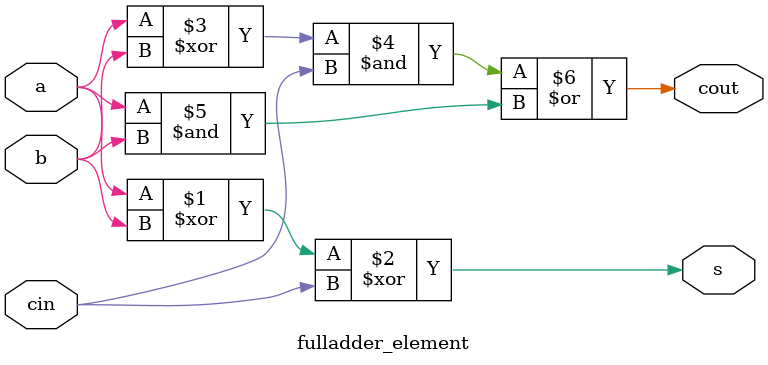
<source format=v>
module  fulladder_element #(
  parameter LEVEL = 2 // 3: behav, 2: rtl,  1: gate
)
(
  input a,
  input b,
  input cin,
  output s,
  output cout
);
  generate
    if(LEVEL > 2)
      // Behavious level
      assign {cout,s} = a + b + cin;
    else if (LEVEL == 2) begin
      // RTL level
      assign s = a ^ b ^ cin;
      assign cout = ((a ^ b) & cin) | (a & b);
    end else begin
      // wires (from ands to or)
      wire w1, w2, w3;
      // carry-out circuitry
      and( w1, a, b );
      and( w2, a, cin );
      and( w3, b, cin );
      or( cout, w1, w2, w3 );
      // sum
      xor( s, a, b, cin );// Gate level
    end
  endgenerate
endmodule


</source>
